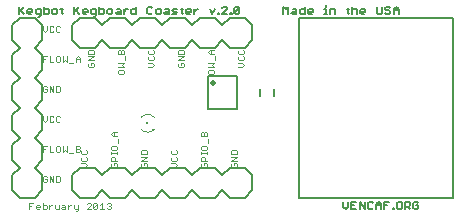
<source format=gto>
G75*
G70*
%OFA0B0*%
%FSLAX24Y24*%
%IPPOS*%
%LPD*%
%AMOC8*
5,1,8,0,0,1.08239X$1,22.5*
%
%ADD10C,0.0040*%
%ADD11C,0.0050*%
%ADD12C,0.0080*%
%ADD13R,0.0079X0.0079*%
%ADD14R,0.0059X0.0098*%
%ADD15C,0.0060*%
%ADD16C,0.0197*%
D10*
X001170Y000320D02*
X001170Y000520D01*
X001303Y000520D01*
X001391Y000420D02*
X001424Y000453D01*
X001491Y000453D01*
X001524Y000420D01*
X001524Y000387D01*
X001391Y000387D01*
X001391Y000420D02*
X001391Y000353D01*
X001424Y000320D01*
X001491Y000320D01*
X001612Y000320D02*
X001712Y000320D01*
X001745Y000353D01*
X001745Y000420D01*
X001712Y000453D01*
X001612Y000453D01*
X001612Y000520D02*
X001612Y000320D01*
X001833Y000320D02*
X001833Y000453D01*
X001833Y000387D02*
X001900Y000453D01*
X001933Y000453D01*
X002017Y000453D02*
X002017Y000353D01*
X002050Y000320D01*
X002151Y000320D01*
X002151Y000453D01*
X002271Y000453D02*
X002338Y000453D01*
X002372Y000420D01*
X002372Y000320D01*
X002271Y000320D01*
X002238Y000353D01*
X002271Y000387D01*
X002372Y000387D01*
X002459Y000387D02*
X002526Y000453D01*
X002559Y000453D01*
X002643Y000453D02*
X002643Y000353D01*
X002677Y000320D01*
X002777Y000320D01*
X002777Y000287D02*
X002743Y000253D01*
X002710Y000253D01*
X002777Y000287D02*
X002777Y000453D01*
X003085Y000487D02*
X003119Y000520D01*
X003185Y000520D01*
X003219Y000487D01*
X003219Y000453D01*
X003085Y000320D01*
X003219Y000320D01*
X003306Y000353D02*
X003440Y000487D01*
X003440Y000353D01*
X003406Y000320D01*
X003340Y000320D01*
X003306Y000353D01*
X003306Y000487D01*
X003340Y000520D01*
X003406Y000520D01*
X003440Y000487D01*
X003527Y000453D02*
X003594Y000520D01*
X003594Y000320D01*
X003527Y000320D02*
X003661Y000320D01*
X003748Y000353D02*
X003782Y000320D01*
X003848Y000320D01*
X003882Y000353D01*
X003882Y000387D01*
X003848Y000420D01*
X003815Y000420D01*
X003848Y000420D02*
X003882Y000453D01*
X003882Y000487D01*
X003848Y000520D01*
X003782Y000520D01*
X003748Y000487D01*
X002459Y000453D02*
X002459Y000320D01*
X001237Y000420D02*
X001170Y000420D01*
X001653Y001220D02*
X001720Y001220D01*
X001753Y001253D01*
X001753Y001320D01*
X001687Y001320D01*
X001753Y001387D02*
X001720Y001420D01*
X001653Y001420D01*
X001620Y001387D01*
X001620Y001253D01*
X001653Y001220D01*
X001841Y001220D02*
X001841Y001420D01*
X001974Y001220D01*
X001974Y001420D01*
X002062Y001420D02*
X002162Y001420D01*
X002195Y001387D01*
X002195Y001253D01*
X002162Y001220D01*
X002062Y001220D01*
X002062Y001420D01*
X002880Y001720D02*
X003013Y001720D01*
X003080Y001787D01*
X003013Y001853D01*
X002880Y001853D01*
X002913Y001941D02*
X003047Y001941D01*
X003080Y001974D01*
X003080Y002041D01*
X003047Y002074D01*
X003047Y002162D02*
X002913Y002162D01*
X002880Y002195D01*
X002880Y002262D01*
X002913Y002295D01*
X002858Y002287D02*
X002858Y002253D01*
X002825Y002220D01*
X002725Y002220D01*
X002725Y002420D01*
X002825Y002420D01*
X002858Y002387D01*
X002858Y002353D01*
X002825Y002320D01*
X002725Y002320D01*
X002825Y002320D02*
X002858Y002287D01*
X003047Y002295D02*
X003080Y002262D01*
X003080Y002195D01*
X003047Y002162D01*
X002913Y002074D02*
X002880Y002041D01*
X002880Y001974D01*
X002913Y001941D01*
X002637Y002187D02*
X002504Y002187D01*
X002416Y002220D02*
X002416Y002420D01*
X002283Y002420D02*
X002283Y002220D01*
X002350Y002287D01*
X002416Y002220D01*
X002195Y002253D02*
X002195Y002387D01*
X002162Y002420D01*
X002095Y002420D01*
X002062Y002387D01*
X002062Y002253D01*
X002095Y002220D01*
X002162Y002220D01*
X002195Y002253D01*
X001974Y002220D02*
X001841Y002220D01*
X001841Y002420D01*
X001753Y002420D02*
X001620Y002420D01*
X001620Y002220D01*
X001620Y002320D02*
X001687Y002320D01*
X003880Y002343D02*
X003913Y002309D01*
X004047Y002309D01*
X004080Y002343D01*
X004080Y002409D01*
X004047Y002443D01*
X003913Y002443D01*
X003880Y002409D01*
X003880Y002343D01*
X003880Y002229D02*
X003880Y002162D01*
X003880Y002195D02*
X004080Y002195D01*
X004080Y002162D02*
X004080Y002229D01*
X003980Y002074D02*
X004013Y002041D01*
X004013Y001941D01*
X004080Y001941D02*
X003880Y001941D01*
X003880Y002041D01*
X003913Y002074D01*
X003980Y002074D01*
X003980Y001853D02*
X003980Y001787D01*
X003980Y001853D02*
X004047Y001853D01*
X004080Y001820D01*
X004080Y001753D01*
X004047Y001720D01*
X003913Y001720D01*
X003880Y001753D01*
X003880Y001820D01*
X003913Y001853D01*
X004880Y001820D02*
X004880Y001753D01*
X004913Y001720D01*
X005047Y001720D01*
X005080Y001753D01*
X005080Y001820D01*
X005047Y001853D01*
X004980Y001853D01*
X004980Y001787D01*
X004913Y001853D02*
X004880Y001820D01*
X004880Y001941D02*
X005080Y002074D01*
X004880Y002074D01*
X004880Y002162D02*
X004880Y002262D01*
X004913Y002295D01*
X005047Y002295D01*
X005080Y002262D01*
X005080Y002162D01*
X004880Y002162D01*
X004880Y001941D02*
X005080Y001941D01*
X005880Y001974D02*
X005913Y001941D01*
X006047Y001941D01*
X006080Y001974D01*
X006080Y002041D01*
X006047Y002074D01*
X006047Y002162D02*
X005913Y002162D01*
X005880Y002195D01*
X005880Y002262D01*
X005913Y002295D01*
X006047Y002295D02*
X006080Y002262D01*
X006080Y002195D01*
X006047Y002162D01*
X005913Y002074D02*
X005880Y002041D01*
X005880Y001974D01*
X005880Y001853D02*
X006013Y001853D01*
X006080Y001787D01*
X006013Y001720D01*
X005880Y001720D01*
X006880Y001753D02*
X006913Y001720D01*
X007047Y001720D01*
X007080Y001753D01*
X007080Y001820D01*
X007047Y001853D01*
X006980Y001853D01*
X006980Y001787D01*
X006913Y001853D02*
X006880Y001820D01*
X006880Y001753D01*
X006880Y001941D02*
X006880Y002041D01*
X006913Y002074D01*
X006980Y002074D01*
X007013Y002041D01*
X007013Y001941D01*
X007080Y001941D02*
X006880Y001941D01*
X006880Y002162D02*
X006880Y002229D01*
X006880Y002195D02*
X007080Y002195D01*
X007080Y002162D02*
X007080Y002229D01*
X007047Y002309D02*
X006913Y002309D01*
X006880Y002343D01*
X006880Y002409D01*
X006913Y002443D01*
X007047Y002443D01*
X007080Y002409D01*
X007080Y002343D01*
X007047Y002309D01*
X007113Y002530D02*
X007113Y002664D01*
X007080Y002751D02*
X006880Y002751D01*
X006880Y002851D01*
X006913Y002885D01*
X006947Y002885D01*
X006980Y002851D01*
X006980Y002751D01*
X007080Y002751D02*
X007080Y002851D01*
X007047Y002885D01*
X007013Y002885D01*
X006980Y002851D01*
X007880Y002262D02*
X007913Y002295D01*
X008047Y002295D01*
X008080Y002262D01*
X008080Y002162D01*
X007880Y002162D01*
X007880Y002262D01*
X007880Y002074D02*
X008080Y002074D01*
X007880Y001941D01*
X008080Y001941D01*
X008047Y001853D02*
X007980Y001853D01*
X007980Y001787D01*
X008047Y001853D02*
X008080Y001820D01*
X008080Y001753D01*
X008047Y001720D01*
X007913Y001720D01*
X007880Y001753D01*
X007880Y001820D01*
X007913Y001853D01*
X005317Y003397D02*
X005294Y003420D01*
X005268Y003440D01*
X005240Y003457D01*
X005211Y003471D01*
X005180Y003482D01*
X005149Y003489D01*
X005116Y003493D01*
X005084Y003493D01*
X005051Y003489D01*
X005020Y003482D01*
X004989Y003471D01*
X004960Y003457D01*
X004932Y003440D01*
X004906Y003420D01*
X004883Y003397D01*
X004883Y003003D02*
X004906Y002980D01*
X004932Y002960D01*
X004960Y002943D01*
X004989Y002929D01*
X005020Y002918D01*
X005051Y002911D01*
X005084Y002907D01*
X005116Y002907D01*
X005149Y002911D01*
X005180Y002918D01*
X005211Y002929D01*
X005240Y002943D01*
X005268Y002960D01*
X005294Y002980D01*
X005317Y003003D01*
X004080Y002885D02*
X003947Y002885D01*
X003880Y002818D01*
X003947Y002751D01*
X004080Y002751D01*
X004113Y002664D02*
X004113Y002530D01*
X003980Y002751D02*
X003980Y002885D01*
X002195Y003253D02*
X002162Y003220D01*
X002095Y003220D01*
X002062Y003253D01*
X002062Y003387D01*
X002095Y003420D01*
X002162Y003420D01*
X002195Y003387D01*
X001974Y003387D02*
X001941Y003420D01*
X001874Y003420D01*
X001841Y003387D01*
X001841Y003253D01*
X001874Y003220D01*
X001941Y003220D01*
X001974Y003253D01*
X001753Y003287D02*
X001753Y003420D01*
X001620Y003420D02*
X001620Y003287D01*
X001687Y003220D01*
X001753Y003287D01*
X001720Y004220D02*
X001653Y004220D01*
X001620Y004253D01*
X001620Y004387D01*
X001653Y004420D01*
X001720Y004420D01*
X001753Y004387D01*
X001753Y004320D02*
X001687Y004320D01*
X001753Y004320D02*
X001753Y004253D01*
X001720Y004220D01*
X001841Y004220D02*
X001841Y004420D01*
X001974Y004220D01*
X001974Y004420D01*
X002062Y004420D02*
X002162Y004420D01*
X002195Y004387D01*
X002195Y004253D01*
X002162Y004220D01*
X002062Y004220D01*
X002062Y004420D01*
X003120Y005090D02*
X003153Y005057D01*
X003287Y005057D01*
X003320Y005090D01*
X003320Y005157D01*
X003287Y005190D01*
X003220Y005190D01*
X003220Y005124D01*
X003153Y005190D02*
X003120Y005157D01*
X003120Y005090D01*
X002858Y005220D02*
X002858Y005353D01*
X002792Y005420D01*
X002725Y005353D01*
X002725Y005220D01*
X002637Y005187D02*
X002504Y005187D01*
X002416Y005220D02*
X002416Y005420D01*
X002283Y005420D02*
X002283Y005220D01*
X002350Y005287D01*
X002416Y005220D01*
X002725Y005320D02*
X002858Y005320D01*
X003120Y005278D02*
X003320Y005411D01*
X003120Y005411D01*
X003120Y005499D02*
X003120Y005599D01*
X003153Y005632D01*
X003287Y005632D01*
X003320Y005599D01*
X003320Y005499D01*
X003120Y005499D01*
X003120Y005278D02*
X003320Y005278D01*
X004120Y005190D02*
X004320Y005190D01*
X004253Y005124D01*
X004320Y005057D01*
X004120Y005057D01*
X004153Y004969D02*
X004120Y004936D01*
X004120Y004869D01*
X004153Y004836D01*
X004287Y004836D01*
X004320Y004869D01*
X004320Y004936D01*
X004287Y004969D01*
X004153Y004969D01*
X004353Y005278D02*
X004353Y005411D01*
X004320Y005499D02*
X004120Y005499D01*
X004120Y005599D01*
X004153Y005632D01*
X004187Y005632D01*
X004220Y005599D01*
X004220Y005499D01*
X004320Y005499D02*
X004320Y005599D01*
X004287Y005632D01*
X004253Y005632D01*
X004220Y005599D01*
X005120Y005599D02*
X005120Y005532D01*
X005153Y005499D01*
X005287Y005499D01*
X005320Y005532D01*
X005320Y005599D01*
X005287Y005632D01*
X005153Y005632D02*
X005120Y005599D01*
X005153Y005411D02*
X005120Y005378D01*
X005120Y005311D01*
X005153Y005278D01*
X005287Y005278D01*
X005320Y005311D01*
X005320Y005378D01*
X005287Y005411D01*
X005253Y005190D02*
X005120Y005190D01*
X005120Y005057D02*
X005253Y005057D01*
X005320Y005124D01*
X005253Y005190D01*
X006120Y005157D02*
X006120Y005090D01*
X006153Y005057D01*
X006287Y005057D01*
X006320Y005090D01*
X006320Y005157D01*
X006287Y005190D01*
X006220Y005190D01*
X006220Y005124D01*
X006153Y005190D02*
X006120Y005157D01*
X006120Y005278D02*
X006320Y005411D01*
X006120Y005411D01*
X006120Y005499D02*
X006120Y005599D01*
X006153Y005632D01*
X006287Y005632D01*
X006320Y005599D01*
X006320Y005499D01*
X006120Y005499D01*
X006120Y005278D02*
X006320Y005278D01*
X007120Y005190D02*
X007320Y005190D01*
X007253Y005124D01*
X007320Y005057D01*
X007120Y005057D01*
X007153Y004969D02*
X007120Y004936D01*
X007120Y004869D01*
X007153Y004836D01*
X007287Y004836D01*
X007320Y004869D01*
X007320Y004936D01*
X007287Y004969D01*
X007153Y004969D01*
X007353Y005278D02*
X007353Y005411D01*
X007320Y005499D02*
X007187Y005499D01*
X007120Y005566D01*
X007187Y005632D01*
X007320Y005632D01*
X007220Y005632D02*
X007220Y005499D01*
X008120Y005532D02*
X008153Y005499D01*
X008287Y005499D01*
X008320Y005532D01*
X008320Y005599D01*
X008287Y005632D01*
X008153Y005632D02*
X008120Y005599D01*
X008120Y005532D01*
X008153Y005411D02*
X008120Y005378D01*
X008120Y005311D01*
X008153Y005278D01*
X008287Y005278D01*
X008320Y005311D01*
X008320Y005378D01*
X008287Y005411D01*
X008253Y005190D02*
X008120Y005190D01*
X008120Y005057D02*
X008253Y005057D01*
X008320Y005124D01*
X008253Y005190D01*
X002195Y005253D02*
X002195Y005387D01*
X002162Y005420D01*
X002095Y005420D01*
X002062Y005387D01*
X002062Y005253D01*
X002095Y005220D01*
X002162Y005220D01*
X002195Y005253D01*
X001974Y005220D02*
X001841Y005220D01*
X001841Y005420D01*
X001753Y005420D02*
X001620Y005420D01*
X001620Y005220D01*
X001620Y005320D02*
X001687Y005320D01*
X001687Y006220D02*
X001753Y006287D01*
X001753Y006420D01*
X001841Y006387D02*
X001841Y006253D01*
X001874Y006220D01*
X001941Y006220D01*
X001974Y006253D01*
X002062Y006253D02*
X002095Y006220D01*
X002162Y006220D01*
X002195Y006253D01*
X002062Y006253D02*
X002062Y006387D01*
X002095Y006420D01*
X002162Y006420D01*
X002195Y006387D01*
X001974Y006387D02*
X001941Y006420D01*
X001874Y006420D01*
X001841Y006387D01*
X001620Y006420D02*
X001620Y006287D01*
X001687Y006220D01*
D11*
X001503Y006742D02*
X001461Y006742D01*
X001503Y006742D02*
X001544Y006783D01*
X001544Y006992D01*
X001419Y006992D01*
X001377Y006950D01*
X001377Y006867D01*
X001419Y006825D01*
X001544Y006825D01*
X001654Y006825D02*
X001779Y006825D01*
X001821Y006867D01*
X001821Y006950D01*
X001779Y006992D01*
X001654Y006992D01*
X001654Y007075D02*
X001654Y006825D01*
X001930Y006867D02*
X001930Y006950D01*
X001972Y006992D01*
X002055Y006992D01*
X002097Y006950D01*
X002097Y006867D01*
X002055Y006825D01*
X001972Y006825D01*
X001930Y006867D01*
X002206Y006992D02*
X002290Y006992D01*
X002248Y007034D02*
X002248Y006867D01*
X002290Y006825D01*
X002667Y006825D02*
X002667Y007075D01*
X002708Y006950D02*
X002833Y006825D01*
X002943Y006867D02*
X002943Y006950D01*
X002985Y006992D01*
X003068Y006992D01*
X003110Y006950D01*
X003110Y006908D01*
X002943Y006908D01*
X002943Y006867D02*
X002985Y006825D01*
X003068Y006825D01*
X003219Y006867D02*
X003261Y006825D01*
X003386Y006825D01*
X003386Y006783D02*
X003386Y006992D01*
X003261Y006992D01*
X003219Y006950D01*
X003219Y006867D01*
X003302Y006742D02*
X003344Y006742D01*
X003386Y006783D01*
X003495Y006825D02*
X003620Y006825D01*
X003662Y006867D01*
X003662Y006950D01*
X003620Y006992D01*
X003495Y006992D01*
X003495Y007075D02*
X003495Y006825D01*
X003772Y006867D02*
X003772Y006950D01*
X003813Y006992D01*
X003897Y006992D01*
X003938Y006950D01*
X003938Y006867D01*
X003897Y006825D01*
X003813Y006825D01*
X003772Y006867D01*
X004048Y006867D02*
X004089Y006908D01*
X004215Y006908D01*
X004215Y006950D02*
X004215Y006825D01*
X004089Y006825D01*
X004048Y006867D01*
X004089Y006992D02*
X004173Y006992D01*
X004215Y006950D01*
X004324Y006908D02*
X004407Y006992D01*
X004449Y006992D01*
X004554Y006950D02*
X004596Y006992D01*
X004721Y006992D01*
X004721Y007075D02*
X004721Y006825D01*
X004596Y006825D01*
X004554Y006867D01*
X004554Y006950D01*
X004324Y006992D02*
X004324Y006825D01*
X005107Y006867D02*
X005148Y006825D01*
X005232Y006825D01*
X005273Y006867D01*
X005383Y006867D02*
X005425Y006825D01*
X005508Y006825D01*
X005550Y006867D01*
X005550Y006950D01*
X005508Y006992D01*
X005425Y006992D01*
X005383Y006950D01*
X005383Y006867D01*
X005659Y006867D02*
X005701Y006908D01*
X005826Y006908D01*
X005826Y006950D02*
X005826Y006825D01*
X005701Y006825D01*
X005659Y006867D01*
X005701Y006992D02*
X005784Y006992D01*
X005826Y006950D01*
X005935Y006950D02*
X005977Y006908D01*
X006060Y006908D01*
X006102Y006867D01*
X006060Y006825D01*
X005935Y006825D01*
X006253Y006867D02*
X006295Y006825D01*
X006253Y006867D02*
X006253Y007034D01*
X006212Y006992D02*
X006295Y006992D01*
X006396Y006950D02*
X006437Y006992D01*
X006521Y006992D01*
X006563Y006950D01*
X006563Y006908D01*
X006396Y006908D01*
X006396Y006867D02*
X006396Y006950D01*
X006396Y006867D02*
X006437Y006825D01*
X006521Y006825D01*
X006672Y006825D02*
X006672Y006992D01*
X006755Y006992D02*
X006797Y006992D01*
X006755Y006992D02*
X006672Y006908D01*
X007178Y006992D02*
X007262Y006825D01*
X007345Y006992D01*
X007455Y006867D02*
X007496Y006867D01*
X007496Y006825D01*
X007455Y006825D01*
X007455Y006867D01*
X007593Y006825D02*
X007760Y006992D01*
X007760Y007034D01*
X007718Y007075D01*
X007634Y007075D01*
X007593Y007034D01*
X008007Y007034D02*
X008049Y007075D01*
X008132Y007075D01*
X008174Y007034D01*
X008007Y006867D01*
X008049Y006825D01*
X008132Y006825D01*
X008174Y006867D01*
X008174Y007034D01*
X008007Y007034D02*
X008007Y006867D01*
X007911Y006867D02*
X007911Y006825D01*
X007869Y006825D01*
X007869Y006867D01*
X007911Y006867D01*
X007760Y006825D02*
X007593Y006825D01*
X006102Y006992D02*
X005977Y006992D01*
X005935Y006950D01*
X005273Y007034D02*
X005232Y007075D01*
X005148Y007075D01*
X005107Y007034D01*
X005107Y006867D01*
X002833Y007075D02*
X002667Y006908D01*
X001268Y006908D02*
X001101Y006908D01*
X001101Y006867D02*
X001101Y006950D01*
X001143Y006992D01*
X001226Y006992D01*
X001268Y006950D01*
X001268Y006908D01*
X001226Y006825D02*
X001143Y006825D01*
X001101Y006867D01*
X000992Y006825D02*
X000867Y006950D01*
X000825Y006908D02*
X000992Y007075D01*
X000825Y007075D02*
X000825Y006825D01*
X009625Y006825D02*
X009625Y007075D01*
X009708Y006992D01*
X009792Y007075D01*
X009792Y006825D01*
X009901Y006867D02*
X009943Y006908D01*
X010068Y006908D01*
X010068Y006950D02*
X010068Y006825D01*
X009943Y006825D01*
X009901Y006867D01*
X009943Y006992D02*
X010026Y006992D01*
X010068Y006950D01*
X010177Y006950D02*
X010219Y006992D01*
X010344Y006992D01*
X010344Y007075D02*
X010344Y006825D01*
X010219Y006825D01*
X010177Y006867D01*
X010177Y006950D01*
X010454Y006950D02*
X010495Y006992D01*
X010579Y006992D01*
X010621Y006950D01*
X010621Y006908D01*
X010454Y006908D01*
X010454Y006867D02*
X010454Y006950D01*
X010454Y006867D02*
X010495Y006825D01*
X010579Y006825D01*
X011006Y006825D02*
X011090Y006825D01*
X011048Y006825D02*
X011048Y006992D01*
X011006Y006992D01*
X011048Y007075D02*
X011048Y007117D01*
X011190Y006992D02*
X011315Y006992D01*
X011357Y006950D01*
X011357Y006825D01*
X011190Y006825D02*
X011190Y006992D01*
X011743Y006992D02*
X011826Y006992D01*
X011785Y007034D02*
X011785Y006867D01*
X011826Y006825D01*
X011927Y006825D02*
X011927Y007075D01*
X011969Y006992D02*
X012052Y006992D01*
X012094Y006950D01*
X012094Y006825D01*
X012203Y006867D02*
X012203Y006950D01*
X012245Y006992D01*
X012328Y006992D01*
X012370Y006950D01*
X012370Y006908D01*
X012203Y006908D01*
X012203Y006867D02*
X012245Y006825D01*
X012328Y006825D01*
X011969Y006992D02*
X011927Y006950D01*
X012756Y006867D02*
X012797Y006825D01*
X012881Y006825D01*
X012922Y006867D01*
X012922Y007075D01*
X013032Y007034D02*
X013032Y006992D01*
X013074Y006950D01*
X013157Y006950D01*
X013199Y006908D01*
X013199Y006867D01*
X013157Y006825D01*
X013074Y006825D01*
X013032Y006867D01*
X013308Y006825D02*
X013308Y006992D01*
X013392Y007075D01*
X013475Y006992D01*
X013475Y006825D01*
X013475Y006950D02*
X013308Y006950D01*
X013199Y007034D02*
X013157Y007075D01*
X013074Y007075D01*
X013032Y007034D01*
X012756Y007075D02*
X012756Y006867D01*
X012813Y000575D02*
X012897Y000492D01*
X012897Y000325D01*
X013006Y000325D02*
X013006Y000575D01*
X013173Y000575D01*
X013090Y000450D02*
X013006Y000450D01*
X012897Y000450D02*
X012730Y000450D01*
X012730Y000492D02*
X012813Y000575D01*
X012730Y000492D02*
X012730Y000325D01*
X012621Y000367D02*
X012579Y000325D01*
X012495Y000325D01*
X012454Y000367D01*
X012454Y000534D01*
X012495Y000575D01*
X012579Y000575D01*
X012621Y000534D01*
X012344Y000575D02*
X012344Y000325D01*
X012177Y000575D01*
X012177Y000325D01*
X012068Y000325D02*
X011901Y000325D01*
X011901Y000575D01*
X012068Y000575D01*
X011985Y000450D02*
X011901Y000450D01*
X011792Y000408D02*
X011792Y000575D01*
X011625Y000575D02*
X011625Y000408D01*
X011708Y000325D01*
X011792Y000408D01*
X013282Y000367D02*
X013282Y000325D01*
X013324Y000325D01*
X013324Y000367D01*
X013282Y000367D01*
X013421Y000367D02*
X013462Y000325D01*
X013546Y000325D01*
X013587Y000367D01*
X013587Y000534D01*
X013546Y000575D01*
X013462Y000575D01*
X013421Y000534D01*
X013421Y000367D01*
X013697Y000408D02*
X013822Y000408D01*
X013864Y000450D01*
X013864Y000534D01*
X013822Y000575D01*
X013697Y000575D01*
X013697Y000325D01*
X013780Y000408D02*
X013864Y000325D01*
X013973Y000367D02*
X014015Y000325D01*
X014098Y000325D01*
X014140Y000367D01*
X014140Y000450D01*
X014056Y000450D01*
X013973Y000367D02*
X013973Y000534D01*
X014015Y000575D01*
X014098Y000575D01*
X014140Y000534D01*
D12*
X015281Y000700D02*
X015281Y006700D01*
X010163Y006700D01*
X010163Y000700D01*
X015281Y000700D01*
X008600Y000950D02*
X008600Y001450D01*
X008350Y001700D01*
X007850Y001700D01*
X007600Y001450D01*
X007350Y001700D01*
X006850Y001700D01*
X006600Y001450D01*
X006350Y001700D01*
X005850Y001700D01*
X005600Y001450D01*
X005350Y001700D01*
X004850Y001700D01*
X004600Y001450D01*
X004350Y001700D01*
X003850Y001700D01*
X003600Y001450D01*
X003350Y001700D01*
X002850Y001700D01*
X002600Y001450D01*
X002600Y000950D01*
X002850Y000700D01*
X003350Y000700D01*
X003600Y000950D01*
X003850Y000700D01*
X004350Y000700D01*
X004600Y000950D01*
X004850Y000700D01*
X005350Y000700D01*
X005600Y000950D01*
X005850Y000700D01*
X006350Y000700D01*
X006600Y000950D01*
X006850Y000700D01*
X007350Y000700D01*
X007600Y000950D01*
X007850Y000700D01*
X008350Y000700D01*
X008600Y000950D01*
X008092Y003649D02*
X007108Y003649D01*
X007108Y004751D01*
X008092Y004751D01*
X008092Y003649D01*
X007850Y005700D02*
X007600Y005950D01*
X007350Y005700D01*
X006850Y005700D01*
X006600Y005950D01*
X006350Y005700D01*
X005850Y005700D01*
X005600Y005950D01*
X005350Y005700D01*
X004850Y005700D01*
X004600Y005950D01*
X004350Y005700D01*
X003850Y005700D01*
X003600Y005950D01*
X003350Y005700D01*
X002850Y005700D01*
X002600Y005950D01*
X002600Y006450D01*
X002850Y006700D01*
X003350Y006700D01*
X003600Y006450D01*
X003850Y006700D01*
X004350Y006700D01*
X004600Y006450D01*
X004850Y006700D01*
X005350Y006700D01*
X005600Y006450D01*
X005850Y006700D01*
X006350Y006700D01*
X006600Y006450D01*
X006850Y006700D01*
X007350Y006700D01*
X007600Y006450D01*
X007850Y006700D01*
X008350Y006700D01*
X008600Y006450D01*
X008600Y005950D01*
X008350Y005700D01*
X007850Y005700D01*
X001600Y005450D02*
X001600Y004950D01*
X001350Y004700D01*
X001600Y004450D01*
X001600Y003950D01*
X001350Y003700D01*
X001600Y003450D01*
X001600Y002950D01*
X001350Y002700D01*
X001600Y002450D01*
X001600Y001950D01*
X001350Y001700D01*
X001600Y001450D01*
X001600Y000950D01*
X001350Y000700D01*
X000850Y000700D01*
X000600Y000950D01*
X000600Y001450D01*
X000850Y001700D01*
X000600Y001950D01*
X000600Y002450D01*
X000850Y002700D01*
X000600Y002950D01*
X000600Y003450D01*
X000850Y003700D01*
X000600Y003950D01*
X000600Y004450D01*
X000850Y004700D01*
X000600Y004950D01*
X000600Y005450D01*
X000850Y005700D01*
X000600Y005950D01*
X000600Y006450D01*
X000850Y006700D01*
X001350Y006700D01*
X001600Y006450D01*
X001600Y005950D01*
X001350Y005700D01*
X001600Y005450D01*
D13*
X005100Y003200D03*
D14*
X005307Y002974D03*
D15*
X008864Y004082D02*
X008864Y004318D01*
X009336Y004318D02*
X009336Y004082D01*
D16*
X007285Y004535D03*
M02*

</source>
